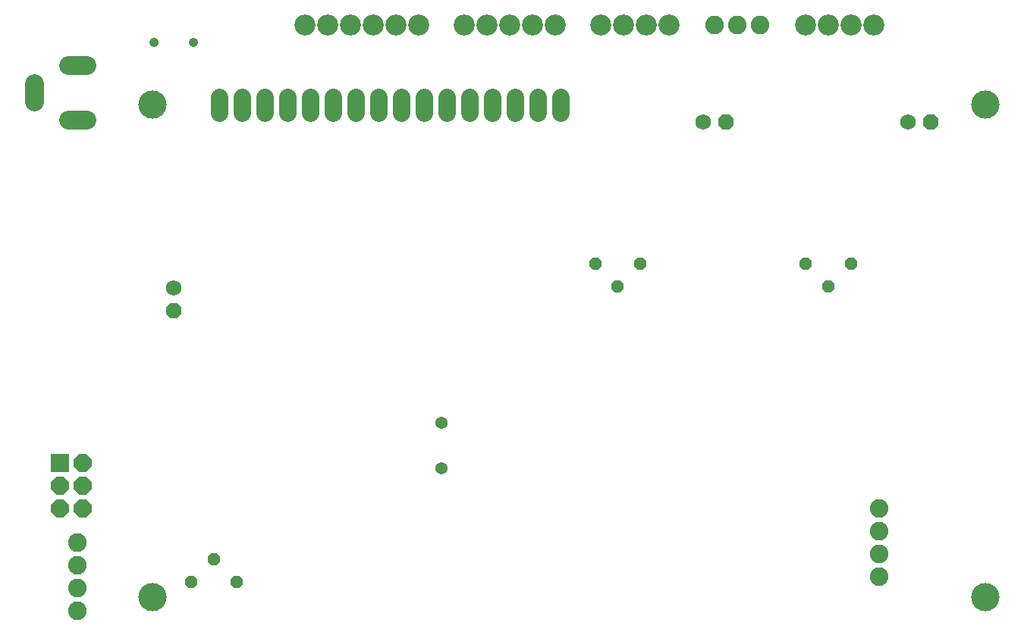
<source format=gbs>
G75*
G70*
%OFA0B0*%
%FSLAX24Y24*%
%IPPOS*%
%LPD*%
%AMOC8*
5,1,8,0,0,1.08239X$1,22.5*
%
%ADD10C,0.0414*%
%ADD11C,0.0540*%
%ADD12R,0.0800X0.0800*%
%ADD13OC8,0.0800*%
%ADD14C,0.0820*%
%ADD15C,0.0760*%
%ADD16C,0.1241*%
%ADD17OC8,0.0540*%
%ADD18OC8,0.0690*%
%ADD19C,0.0690*%
%ADD20C,0.0920*%
%ADD21C,0.0847*%
D10*
X007371Y026680D03*
X009103Y026680D03*
D11*
X019987Y009930D03*
X019987Y007930D03*
D12*
X003237Y008180D03*
D13*
X004237Y008180D03*
X004237Y007180D03*
X003237Y007180D03*
X003237Y006180D03*
X004237Y006180D03*
D14*
X003987Y001680D03*
X003987Y002680D03*
X003987Y003680D03*
X003987Y004680D03*
X039237Y004180D03*
X039237Y003180D03*
X039237Y005180D03*
X039237Y006180D03*
X033987Y027430D03*
X032987Y027430D03*
X031987Y027430D03*
D15*
X025235Y024283D02*
X025235Y023583D01*
X024235Y023583D02*
X024235Y024283D01*
X023235Y024283D02*
X023235Y023583D01*
X022235Y023583D02*
X022235Y024283D01*
X021235Y024283D02*
X021235Y023583D01*
X020235Y023583D02*
X020235Y024283D01*
X019235Y024283D02*
X019235Y023583D01*
X018235Y023583D02*
X018235Y024283D01*
X017235Y024283D02*
X017235Y023583D01*
X016235Y023583D02*
X016235Y024283D01*
X015235Y024283D02*
X015235Y023583D01*
X014235Y023583D02*
X014235Y024283D01*
X013235Y024283D02*
X013235Y023583D01*
X012235Y023583D02*
X012235Y024283D01*
X011235Y024283D02*
X011235Y023583D01*
X010235Y023583D02*
X010235Y024283D01*
D16*
X007287Y023930D03*
X007287Y002275D03*
X043902Y002275D03*
X043897Y023930D03*
D17*
X037977Y016930D03*
X036987Y015930D03*
X035997Y016930D03*
X028727Y016930D03*
X027737Y015930D03*
X026747Y016930D03*
X009987Y003930D03*
X010977Y002930D03*
X008997Y002930D03*
D18*
X008237Y014868D03*
X032487Y023180D03*
X041487Y023180D03*
D19*
X040487Y023180D03*
X031487Y023180D03*
X008237Y015868D03*
D20*
X013987Y027430D03*
X014987Y027430D03*
X015987Y027430D03*
X016987Y027430D03*
X017987Y027430D03*
X018987Y027430D03*
X020987Y027430D03*
X021987Y027430D03*
X022987Y027430D03*
X023987Y027430D03*
X024987Y027430D03*
X026987Y027430D03*
X027987Y027430D03*
X028987Y027430D03*
X029987Y027430D03*
X035987Y027430D03*
X036987Y027430D03*
X037987Y027430D03*
X038987Y027430D03*
D21*
X004381Y025680D02*
X003593Y025680D01*
X002087Y024874D02*
X002087Y024086D01*
X003593Y023280D02*
X004381Y023280D01*
M02*

</source>
